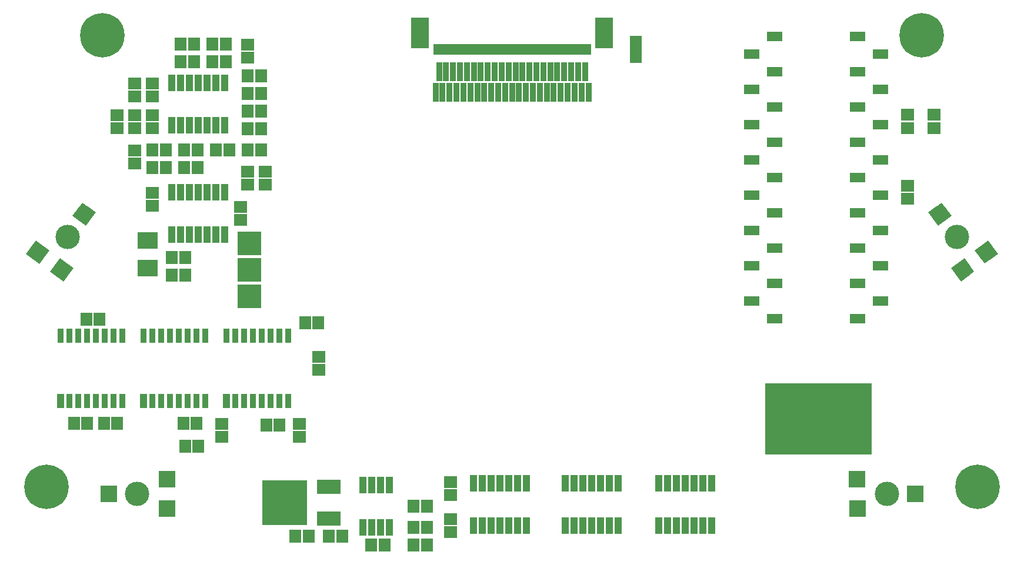
<source format=gbr>
G04 #@! TF.GenerationSoftware,KiCad,Pcbnew,no-vcs-found-ddec803~58~ubuntu14.04.1*
G04 #@! TF.CreationDate,2017-06-12T14:50:18+02:00*
G04 #@! TF.ProjectId,DVDLaserScanner,4456444C617365725363616E6E65722E,rev?*
G04 #@! TF.FileFunction,Soldermask,Bot*
G04 #@! TF.FilePolarity,Negative*
%FSLAX46Y46*%
G04 Gerber Fmt 4.6, Leading zero omitted, Abs format (unit mm)*
G04 Created by KiCad (PCBNEW no-vcs-found-ddec803~58~ubuntu14.04.1) date Mon Jun 12 14:50:18 2017*
%MOMM*%
%LPD*%
G01*
G04 APERTURE LIST*
%ADD10C,0.100000*%
%ADD11R,2.500000X4.400000*%
%ADD12R,0.700000X1.500000*%
%ADD13C,3.500000*%
%ADD14R,2.400000X2.400000*%
%ADD15C,2.400000*%
%ADD16R,1.060400X2.432000*%
%ADD17R,2.300000X1.420000*%
%ADD18C,6.400000*%
%ADD19R,1.900000X1.695400*%
%ADD20R,1.695400X1.900000*%
%ADD21R,3.448000X2.051000*%
%ADD22R,6.496000X6.496000*%
%ADD23R,1.670000X1.365200*%
%ADD24R,0.908000X2.020000*%
%ADD25R,0.980000X2.020000*%
%ADD26R,0.940000X2.700000*%
%ADD27R,2.900000X2.400000*%
%ADD28R,3.400000X3.400000*%
%ADD29R,1.450000X1.450000*%
G04 APERTURE END LIST*
D10*
D11*
X81750000Y-44609000D03*
X108250000Y-44609000D03*
D12*
X95500000Y-46959000D03*
X84000000Y-46959000D03*
X84500000Y-46959000D03*
X85000000Y-46959000D03*
X85500000Y-46959000D03*
X86000000Y-46959000D03*
X86500000Y-46959000D03*
X87000000Y-46959000D03*
X87500000Y-46959000D03*
X88000000Y-46959000D03*
X88500000Y-46959000D03*
X89000000Y-46959000D03*
X94500000Y-46959000D03*
X94000000Y-46959000D03*
X95000000Y-46959000D03*
X93500000Y-46959000D03*
X93000000Y-46959000D03*
X92500000Y-46959000D03*
X92000000Y-46959000D03*
X91500000Y-46959000D03*
X91000000Y-46959000D03*
X90500000Y-46959000D03*
X89500000Y-46959000D03*
X90000000Y-46959000D03*
X102000000Y-46959000D03*
X101500000Y-46959000D03*
X102500000Y-46959000D03*
X103000000Y-46959000D03*
X103500000Y-46959000D03*
X104000000Y-46959000D03*
X104500000Y-46959000D03*
X105000000Y-46959000D03*
X105500000Y-46959000D03*
X106000000Y-46959000D03*
X101000000Y-46959000D03*
X100500000Y-46959000D03*
X100000000Y-46959000D03*
X99500000Y-46959000D03*
X99000000Y-46959000D03*
X98500000Y-46959000D03*
X98000000Y-46959000D03*
X97500000Y-46959000D03*
X97000000Y-46959000D03*
X96500000Y-46959000D03*
X96000000Y-46959000D03*
D13*
X149000000Y-111000000D03*
D14*
X153050000Y-111000000D03*
X144700000Y-113150000D03*
X144650000Y-108850000D03*
D13*
X41000000Y-111000000D03*
D14*
X36950000Y-111000000D03*
X45300000Y-108850000D03*
X45350000Y-113150000D03*
D13*
X159000000Y-74000000D03*
D15*
X156590968Y-70744380D03*
D10*
G36*
X156841809Y-69065964D02*
X158269384Y-70995221D01*
X156340127Y-72422796D01*
X154912552Y-70493539D01*
X156841809Y-69065964D01*
X156841809Y-69065964D01*
G37*
D15*
X163286030Y-76177716D03*
D10*
G36*
X163536871Y-74499300D02*
X164964446Y-76428557D01*
X163035189Y-77856132D01*
X161607614Y-75926875D01*
X163536871Y-74499300D01*
X163536871Y-74499300D01*
G37*
D15*
X159859187Y-78775646D03*
D10*
G36*
X160110028Y-77097230D02*
X161537603Y-79026487D01*
X159608346Y-80454062D01*
X158180771Y-78524805D01*
X160110028Y-77097230D01*
X160110028Y-77097230D01*
G37*
D13*
X31000000Y-74000000D03*
D15*
X33409032Y-70744380D03*
D10*
G36*
X35087448Y-70493539D02*
X33659873Y-72422796D01*
X31730616Y-70995221D01*
X33158191Y-69065964D01*
X35087448Y-70493539D01*
X35087448Y-70493539D01*
G37*
D15*
X30170553Y-78735453D03*
D10*
G36*
X31848969Y-78484612D02*
X30421394Y-80413869D01*
X28492137Y-78986294D01*
X29919712Y-77057037D01*
X31848969Y-78484612D01*
X31848969Y-78484612D01*
G37*
D15*
X26684229Y-76217908D03*
D10*
G36*
X28362645Y-75967067D02*
X26935070Y-77896324D01*
X25005813Y-76468749D01*
X26433388Y-74539492D01*
X28362645Y-75967067D01*
X28362645Y-75967067D01*
G37*
D16*
X102616000Y-109448600D03*
X103886000Y-109448600D03*
X105156000Y-109448600D03*
X106426000Y-109448600D03*
X107696000Y-109448600D03*
X108966000Y-109448600D03*
X110236000Y-109448600D03*
X110236000Y-115595400D03*
X108966000Y-115595400D03*
X106426000Y-115595400D03*
X105156000Y-115595400D03*
X103886000Y-115595400D03*
X102616000Y-115595400D03*
X107696000Y-115595400D03*
X116078000Y-109448600D03*
X117348000Y-109448600D03*
X118618000Y-109448600D03*
X119888000Y-109448600D03*
X121158000Y-109448600D03*
X122428000Y-109448600D03*
X123698000Y-109448600D03*
X123698000Y-115595400D03*
X122428000Y-115595400D03*
X119888000Y-115595400D03*
X118618000Y-115595400D03*
X117348000Y-115595400D03*
X116078000Y-115595400D03*
X121158000Y-115595400D03*
D17*
X144720000Y-45110400D03*
X148020000Y-47650400D03*
X144720000Y-50190400D03*
X148020000Y-52730400D03*
X144720000Y-55270400D03*
X148020000Y-57810400D03*
X144720000Y-60350400D03*
X148020000Y-62890400D03*
X144720000Y-65430400D03*
X148020000Y-67970400D03*
X148020000Y-73050400D03*
X148020000Y-78130400D03*
X148020000Y-83210400D03*
X144720000Y-85750400D03*
X144720000Y-75590400D03*
X144720000Y-80670400D03*
X144720000Y-70510400D03*
X132780000Y-55270400D03*
X132780000Y-50190400D03*
X132780000Y-60350400D03*
X132780000Y-45110400D03*
X129480000Y-47650400D03*
X129480000Y-52730400D03*
X129480000Y-57810400D03*
X129480000Y-62890400D03*
X132780000Y-65430400D03*
X129480000Y-67970400D03*
X132780000Y-70510400D03*
X129480000Y-73050400D03*
X132780000Y-75590400D03*
X129480000Y-78130400D03*
X132780000Y-80670400D03*
X129480000Y-83210400D03*
X132780000Y-85750400D03*
D18*
X28000000Y-110000000D03*
X154000000Y-45000000D03*
X162000000Y-110000000D03*
X36000000Y-45000000D03*
D19*
X86106000Y-114620000D03*
X86106000Y-116520000D03*
D20*
X36261000Y-100838000D03*
X38161000Y-100838000D03*
X47945000Y-104140000D03*
X49845000Y-104140000D03*
D19*
X64389000Y-100904000D03*
X64389000Y-102804000D03*
X67183000Y-91252000D03*
X67183000Y-93152000D03*
D20*
X33721000Y-85852000D03*
X35621000Y-85852000D03*
X65217000Y-86360000D03*
X67117000Y-86360000D03*
X31943000Y-100838000D03*
X33843000Y-100838000D03*
X59629000Y-101092000D03*
X61529000Y-101092000D03*
D19*
X53213000Y-102804000D03*
X53213000Y-100904000D03*
D20*
X49591000Y-100838000D03*
X47691000Y-100838000D03*
D19*
X86106000Y-109286000D03*
X86106000Y-111186000D03*
D20*
X46040000Y-79502000D03*
X47940000Y-79502000D03*
X46040000Y-76962000D03*
X47940000Y-76962000D03*
X76642000Y-118364000D03*
X74742000Y-118364000D03*
D21*
X68580000Y-109982000D03*
D22*
X62230000Y-112268000D03*
D21*
X68580000Y-114554000D03*
D19*
X151892000Y-58328600D03*
X151892000Y-56428600D03*
D20*
X82738000Y-115824000D03*
X80838000Y-115824000D03*
X80838000Y-112776000D03*
X82738000Y-112776000D03*
X82738000Y-118364000D03*
X80838000Y-118364000D03*
X68646000Y-117094000D03*
X70546000Y-117094000D03*
D19*
X155702000Y-58328600D03*
X155702000Y-56428600D03*
D20*
X63820000Y-117094000D03*
X65720000Y-117094000D03*
D16*
X73533000Y-109702600D03*
X74803000Y-109702600D03*
X76073000Y-109702600D03*
X77343000Y-109702600D03*
X77343000Y-115849400D03*
X76073000Y-115849400D03*
X74803000Y-115849400D03*
X73533000Y-115849400D03*
X89408000Y-109448600D03*
X90678000Y-109448600D03*
X91948000Y-109448600D03*
X93218000Y-109448600D03*
X94488000Y-109448600D03*
X95758000Y-109448600D03*
X97028000Y-109448600D03*
X97028000Y-115595400D03*
X95758000Y-115595400D03*
X93218000Y-115595400D03*
X91948000Y-115595400D03*
X90678000Y-115595400D03*
X89408000Y-115595400D03*
X94488000Y-115595400D03*
D23*
X112776000Y-48260000D03*
X112776000Y-46990000D03*
X112776000Y-45720000D03*
D20*
X49718000Y-64008000D03*
X47818000Y-64008000D03*
D24*
X29972000Y-88274000D03*
X31242000Y-88274000D03*
X32512000Y-88274000D03*
X33782000Y-88274000D03*
X35052000Y-88274000D03*
X36322000Y-88274000D03*
X37592000Y-88274000D03*
X38862000Y-88274000D03*
X38862000Y-97654000D03*
X37592000Y-97654000D03*
X36322000Y-97654000D03*
X35052000Y-97654000D03*
X33782000Y-97654000D03*
X32512000Y-97654000D03*
X31242000Y-97654000D03*
D25*
X29972000Y-97654000D03*
D24*
X53848000Y-88274000D03*
X55118000Y-88274000D03*
X56388000Y-88274000D03*
X57658000Y-88274000D03*
X58928000Y-88274000D03*
X60198000Y-88274000D03*
X61468000Y-88274000D03*
X62738000Y-88274000D03*
X62738000Y-97654000D03*
X61468000Y-97654000D03*
X60198000Y-97654000D03*
X58928000Y-97654000D03*
X57658000Y-97654000D03*
X56388000Y-97654000D03*
X55118000Y-97654000D03*
D25*
X53848000Y-97654000D03*
D24*
X41910000Y-88274000D03*
X43180000Y-88274000D03*
X44450000Y-88274000D03*
X45720000Y-88274000D03*
X46990000Y-88274000D03*
X48260000Y-88274000D03*
X49530000Y-88274000D03*
X50800000Y-88274000D03*
X50800000Y-97654000D03*
X49530000Y-97654000D03*
X48260000Y-97654000D03*
X46990000Y-97654000D03*
X45720000Y-97654000D03*
X44450000Y-97654000D03*
X43180000Y-97654000D03*
D25*
X41910000Y-97654000D03*
D26*
X84000000Y-53203800D03*
X84500000Y-50203800D03*
X85000000Y-53203800D03*
X85500000Y-50203800D03*
X86000000Y-53203800D03*
X86500000Y-50203800D03*
X87000000Y-53203800D03*
X87500000Y-50203800D03*
X88000000Y-53203800D03*
X88500000Y-50203800D03*
X89000000Y-53203800D03*
X89500000Y-50203800D03*
X90000000Y-53203800D03*
X90500000Y-50203800D03*
X91000000Y-53203800D03*
X91500000Y-50203800D03*
X92000000Y-53203800D03*
X92500000Y-50203800D03*
X93000000Y-53203800D03*
X93500000Y-50203800D03*
X94000000Y-53203800D03*
X94500000Y-50203800D03*
X95000000Y-53203800D03*
X95500000Y-50203800D03*
X96000000Y-53203800D03*
X96500000Y-50203800D03*
X97000000Y-53203800D03*
X97500000Y-50203800D03*
X98000000Y-53203800D03*
X98500000Y-50203800D03*
X99000000Y-53203800D03*
X99500000Y-50203800D03*
X100000000Y-53203800D03*
X100500000Y-50203800D03*
X101000000Y-53203800D03*
X101500000Y-50203800D03*
X102000000Y-53203800D03*
X102500000Y-50203800D03*
X103000000Y-53203800D03*
X103500000Y-50203800D03*
X104000000Y-53203800D03*
X104500000Y-50203800D03*
X105000000Y-53203800D03*
X105500000Y-50203800D03*
X106000000Y-53203800D03*
D19*
X43180000Y-67630000D03*
X43180000Y-69530000D03*
X43180000Y-56454000D03*
X43180000Y-58354000D03*
X56896000Y-46294000D03*
X56896000Y-48194000D03*
D20*
X45146000Y-61468000D03*
X43246000Y-61468000D03*
D19*
X43180000Y-53782000D03*
X43180000Y-51882000D03*
D20*
X49210000Y-46228000D03*
X47310000Y-46228000D03*
D19*
X40640000Y-56454000D03*
X40640000Y-58354000D03*
X38100000Y-58354000D03*
X38100000Y-56454000D03*
D20*
X47818000Y-61468000D03*
X49718000Y-61468000D03*
X56962000Y-55880000D03*
X58862000Y-55880000D03*
X54290000Y-61468000D03*
X52390000Y-61468000D03*
X58862000Y-61468000D03*
X56962000Y-61468000D03*
X56962000Y-58420000D03*
X58862000Y-58420000D03*
X43246000Y-64008000D03*
X45146000Y-64008000D03*
D19*
X40640000Y-63434000D03*
X40640000Y-61534000D03*
X40640000Y-51882000D03*
X40640000Y-53782000D03*
D20*
X47310000Y-48768000D03*
X49210000Y-48768000D03*
X53782000Y-48768000D03*
X51882000Y-48768000D03*
D19*
X56896000Y-64582000D03*
X56896000Y-66482000D03*
X59436000Y-64582000D03*
X59436000Y-66482000D03*
D20*
X51882000Y-46228000D03*
X53782000Y-46228000D03*
X56962000Y-53340000D03*
X58862000Y-53340000D03*
X58862000Y-50800000D03*
X56962000Y-50800000D03*
D27*
X42500000Y-74500000D03*
X42500000Y-78500000D03*
D16*
X51054000Y-57937400D03*
X45974000Y-57937400D03*
X47244000Y-57937400D03*
X48514000Y-57937400D03*
X49784000Y-57937400D03*
X52324000Y-57937400D03*
X53594000Y-57937400D03*
X53594000Y-51790600D03*
X52324000Y-51790600D03*
X51054000Y-51790600D03*
X49784000Y-51790600D03*
X48514000Y-51790600D03*
X47244000Y-51790600D03*
X45974000Y-51790600D03*
X45974000Y-67538600D03*
X47244000Y-67538600D03*
X48514000Y-67538600D03*
X49784000Y-67538600D03*
X51054000Y-67538600D03*
X52324000Y-67538600D03*
X53594000Y-67538600D03*
X53594000Y-73685400D03*
X52324000Y-73685400D03*
X49784000Y-73685400D03*
X48514000Y-73685400D03*
X47244000Y-73685400D03*
X45974000Y-73685400D03*
X51054000Y-73685400D03*
D28*
X57150000Y-82550000D03*
X57150000Y-78740000D03*
X57150000Y-74930000D03*
D19*
X151892000Y-68514000D03*
X151892000Y-66614000D03*
X55880000Y-71562000D03*
X55880000Y-69662000D03*
D29*
X132080000Y-104648000D03*
X133350000Y-104648000D03*
X134620000Y-104648000D03*
X135890000Y-104648000D03*
X137160000Y-104648000D03*
X138430000Y-104648000D03*
X139700000Y-104648000D03*
X140970000Y-104648000D03*
X142240000Y-104648000D03*
X143510000Y-104648000D03*
X144780000Y-104648000D03*
X146050000Y-104648000D03*
X132080000Y-103378000D03*
X133350000Y-103378000D03*
X134620000Y-103378000D03*
X135890000Y-103378000D03*
X137160000Y-103378000D03*
X138430000Y-103378000D03*
X139700000Y-103378000D03*
X140970000Y-103378000D03*
X142240000Y-103378000D03*
X143510000Y-103378000D03*
X144780000Y-103378000D03*
X146050000Y-103378000D03*
X132080000Y-102108000D03*
X133350000Y-102108000D03*
X134620000Y-102108000D03*
X135890000Y-102108000D03*
X137160000Y-102108000D03*
X138430000Y-102108000D03*
X139700000Y-102108000D03*
X140970000Y-102108000D03*
X142240000Y-102108000D03*
X143510000Y-102108000D03*
X144780000Y-102108000D03*
X146050000Y-102108000D03*
X132080000Y-100838000D03*
X133350000Y-100838000D03*
X134620000Y-100838000D03*
X135890000Y-100838000D03*
X137160000Y-100838000D03*
X138430000Y-100838000D03*
X139700000Y-100838000D03*
X140970000Y-100838000D03*
X142240000Y-100838000D03*
X143510000Y-100838000D03*
X144780000Y-100838000D03*
X146050000Y-100838000D03*
X132080000Y-99568000D03*
X133350000Y-99568000D03*
X134620000Y-99568000D03*
X135890000Y-99568000D03*
X137160000Y-99568000D03*
X138430000Y-99568000D03*
X139700000Y-99568000D03*
X140970000Y-99568000D03*
X142240000Y-99568000D03*
X143510000Y-99568000D03*
X144780000Y-99568000D03*
X146050000Y-99568000D03*
X132080000Y-98298000D03*
X133350000Y-98298000D03*
X134620000Y-98298000D03*
X135890000Y-98298000D03*
X137160000Y-98298000D03*
X138430000Y-98298000D03*
X139700000Y-98298000D03*
X140970000Y-98298000D03*
X142240000Y-98298000D03*
X143510000Y-98298000D03*
X144780000Y-98298000D03*
X146050000Y-98298000D03*
X132080000Y-97028000D03*
X133350000Y-97028000D03*
X134620000Y-97028000D03*
X135890000Y-97028000D03*
X137160000Y-97028000D03*
X138430000Y-97028000D03*
X139700000Y-97028000D03*
X140970000Y-97028000D03*
X142240000Y-97028000D03*
X143510000Y-97028000D03*
X144780000Y-97028000D03*
X146050000Y-97028000D03*
X132080000Y-95758000D03*
X133350000Y-95758000D03*
X134620000Y-95758000D03*
X135890000Y-95758000D03*
X137160000Y-95758000D03*
X138430000Y-95758000D03*
X139700000Y-95758000D03*
X140970000Y-95758000D03*
X142240000Y-95758000D03*
X143510000Y-95758000D03*
X144780000Y-95758000D03*
X146050000Y-95758000D03*
M02*

</source>
